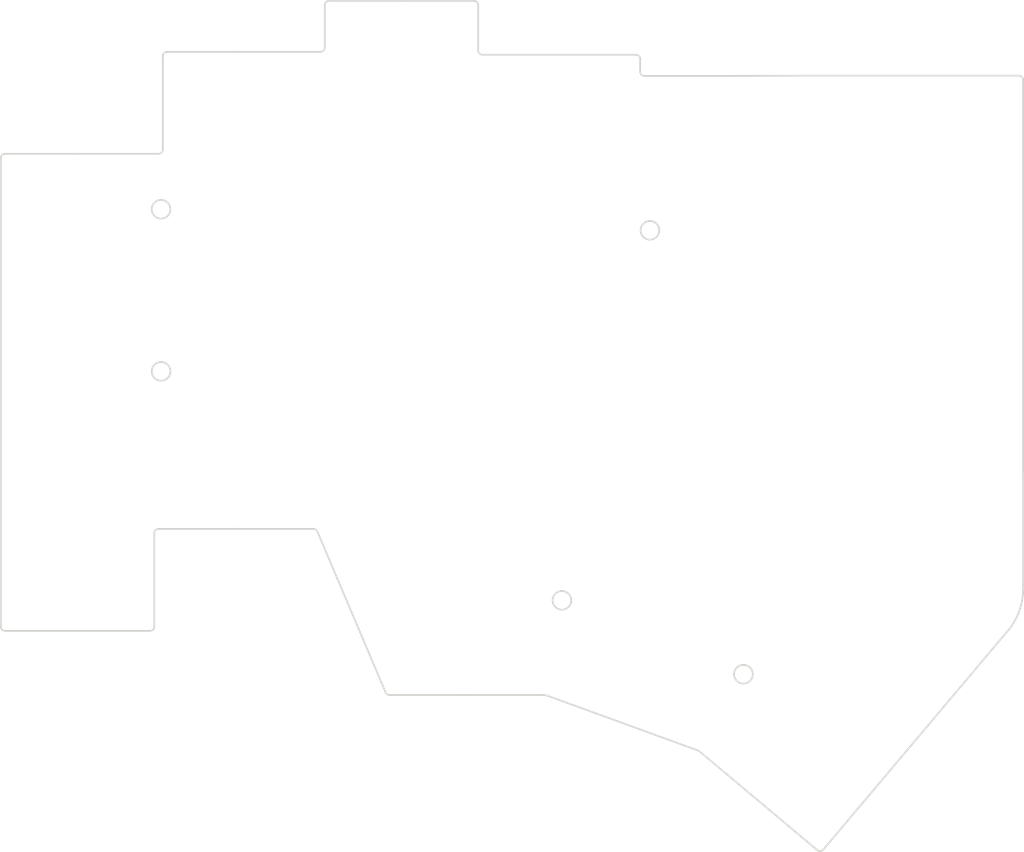
<source format=kicad_pcb>
(kicad_pcb (version 20221018) (generator pcbnew)

  (general
    (thickness 1.6)
  )

  (paper "A4")
  (layers
    (0 "F.Cu" signal)
    (31 "B.Cu" signal)
    (32 "B.Adhes" user "B.Adhesive")
    (33 "F.Adhes" user "F.Adhesive")
    (34 "B.Paste" user)
    (35 "F.Paste" user)
    (36 "B.SilkS" user "B.Silkscreen")
    (37 "F.SilkS" user "F.Silkscreen")
    (38 "B.Mask" user)
    (39 "F.Mask" user)
    (40 "Dwgs.User" user "User.Drawings")
    (41 "Cmts.User" user "User.Comments")
    (42 "Eco1.User" user "User.Eco1")
    (43 "Eco2.User" user "User.Eco2")
    (44 "Edge.Cuts" user)
    (45 "Margin" user)
    (46 "B.CrtYd" user "B.Courtyard")
    (47 "F.CrtYd" user "F.Courtyard")
    (48 "B.Fab" user)
    (49 "F.Fab" user)
    (50 "User.1" user)
    (51 "User.2" user)
    (52 "User.3" user)
    (53 "User.4" user)
    (54 "User.5" user)
    (55 "User.6" user)
    (56 "User.7" user)
    (57 "User.8" user)
    (58 "User.9" user)
  )

  (setup
    (pad_to_mask_clearance 0)
    (pcbplotparams
      (layerselection 0x0001000_7ffffffe)
      (plot_on_all_layers_selection 0x0000000_00000000)
      (disableapertmacros false)
      (usegerberextensions false)
      (usegerberattributes true)
      (usegerberadvancedattributes true)
      (creategerberjobfile true)
      (dashed_line_dash_ratio 12.000000)
      (dashed_line_gap_ratio 3.000000)
      (svgprecision 4)
      (plotframeref false)
      (viasonmask false)
      (mode 1)
      (useauxorigin false)
      (hpglpennumber 1)
      (hpglpenspeed 20)
      (hpglpendiameter 15.000000)
      (dxfpolygonmode true)
      (dxfimperialunits true)
      (dxfusepcbnewfont true)
      (psnegative false)
      (psa4output false)
      (plotreference true)
      (plotvalue true)
      (plotinvisibletext false)
      (sketchpadsonfab false)
      (subtractmaskfromsilk false)
      (outputformat 3)
      (mirror false)
      (drillshape 0)
      (scaleselection 1)
      (outputdirectory "")
    )
  )

  (net 0 "")

  (gr_arc (start 138.353553 55.835046) (mid 138.707137 55.981476) (end 138.853553 56.335046)
    (stroke (width 0.2) (type solid)) (layer "Edge.Cuts") (tstamp 05267d02-b2e2-4966-9898-20ad36cf4d51))
  (gr_line (start 119.803553 55.335046) (end 119.803553 49.996447)
    (stroke (width 0.2) (type default)) (layer "Edge.Cuts") (tstamp 0e84c542-d518-415a-80a8-2937ee1173c7))
  (gr_arc (start 145.439608 137.644995) (mid 145.679067 137.750355) (end 145.902721 137.886077)
    (stroke (width 0.2) (type solid)) (layer "Edge.Cuts") (tstamp 0edcb23a-b437-43f4-936f-64d4026ba0fd))
  (gr_line (start 127.391965 131.196447) (end 118.064444 131.196447)
    (stroke (width 0.2) (type solid)) (layer "Edge.Cuts") (tstamp 0f4ebbee-723e-44e4-9236-8997239b3130))
  (gr_arc (start 119.303553 49.496447) (mid 119.65712 49.64288) (end 119.803553 49.996447)
    (stroke (width 0.2) (type solid)) (layer "Edge.Cuts") (tstamp 0f9a5256-e881-4a37-a0bf-a187d2d38ef2))
  (gr_line (start 83.203553 55.496447) (end 91.728553 55.496447)
    (stroke (width 0.2) (type solid)) (layer "Edge.Cuts") (tstamp 23442e2a-7924-48b0-9c86-0938f4ee5fb4))
  (gr_arc (start 120.303552 55.835045) (mid 119.95003 55.688582) (end 119.803553 55.335046)
    (stroke (width 0.2) (type solid)) (layer "Edge.Cuts") (tstamp 24e00782-0ed1-476f-9673-3ba764069f9f))
  (gr_arc (start 183.395 58.3) (mid 183.748553 58.446447) (end 183.894946 58.8)
    (stroke (width 0.2) (type solid)) (layer "Edge.Cuts") (tstamp 27cc44b8-700b-47c4-a1c3-a0e8cfb4a173))
  (gr_arc (start 101.753554 54.996447) (mid 101.607088 55.349954) (end 101.253554 55.496447)
    (stroke (width 0.2) (type solid)) (layer "Edge.Cuts") (tstamp 2b7d9ac3-e4f2-4b0f-b630-d8ac0bb0db9f))
  (gr_line (start 108.910225 130.891561) (end 100.882773 111.951332)
    (stroke (width 0.2) (type solid)) (layer "Edge.Cuts") (tstamp 2e3edbe9-b709-477d-acd2-ba0505dac0b1))
  (gr_line (start 91.728553 111.646446) (end 82.203553 111.646446)
    (stroke (width 0.2) (type solid)) (layer "Edge.Cuts") (tstamp 34aaa878-6078-4218-994c-80aa009c8a49))
  (gr_line (start 183.9 105.9) (end 183.9 118.4)
    (stroke (width 0.2) (type default)) (layer "Edge.Cuts") (tstamp 3e03d0ce-b22e-48f5-8d64-45d327dc402d))
  (gr_line (start 129.828553 55.835046) (end 138.353553 55.835046)
    (stroke (width 0.2) (type solid)) (layer "Edge.Cuts") (tstamp 41324f56-d6a8-4e3b-860d-1e34fe2df10b))
  (gr_line (start 181.674447 124.137024) (end 181.989419 123.782099)
    (stroke (width 0.2) (type default)) (layer "Edge.Cuts") (tstamp 46a68321-946c-4972-bd33-bac00a62037e))
  (gr_line (start 110.778553 49.496447) (end 119.303553 49.496447)
    (stroke (width 0.2) (type solid)) (layer "Edge.Cuts") (tstamp 4f1fe16d-f4f9-435e-a985-2f00eb4739ea))
  (gr_line (start 139.353553 58.335046) (end 148.878553 58.335046)
    (stroke (width 0.2) (type solid)) (layer "Edge.Cuts") (tstamp 531a31ec-20d6-4d53-ade7-3dc8808c2e26))
  (gr_arc (start 82.703553 55.996447) (mid 82.84998 55.642847) (end 83.203553 55.496447)
    (stroke (width 0.2) (type solid)) (layer "Edge.Cuts") (tstamp 56a10528-9e19-414f-b668-b28ec80de49e))
  (gr_arc (start 109.370584 131.196447) (mid 109.0945 131.113312) (end 108.910225 130.891561)
    (stroke (width 0.2) (type solid)) (layer "Edge.Cuts") (tstamp 576b8d0a-3df6-43f1-8f96-854267f6805c))
  (gr_arc (start 127.391965 131.196447) (mid 127.653018 131.213553) (end 127.909603 131.264595)
    (stroke (width 0.2) (type solid)) (layer "Edge.Cuts") (tstamp 5946f645-298b-41e7-9991-ceee6501b033))
  (gr_line (start 102.253553 49.496447) (end 110.778553 49.496447)
    (stroke (width 0.2) (type solid)) (layer "Edge.Cuts") (tstamp 59fca944-eac6-44a9-b31b-e43a0b211f87))
  (gr_line (start 82.703553 66.996447) (end 82.703553 55.996447)
    (stroke (width 0.2) (type solid)) (layer "Edge.Cuts") (tstamp 5c150ace-9137-4da8-8c79-520a7fb6d84b))
  (gr_line (start 183.9 105.9) (end 183.895 104.4)
    (stroke (width 0.2) (type default)) (layer "Edge.Cuts") (tstamp 5c876855-4f10-463b-80e5-b1c806d1aace))
  (gr_line (start 72.678553 123.646447) (end 64.153553 123.646447)
    (stroke (width 0.2) (type solid)) (layer "Edge.Cuts") (tstamp 62c38e76-8aca-45e8-9a5e-6a8647221898))
  (gr_line (start 157.9 58.3) (end 158.89505 58.3)
    (stroke (width 0.2) (type default)) (layer "Edge.Cuts") (tstamp 6e978cbd-c091-450c-ba33-a28d2627553e))
  (gr_arc (start 82.703552 66.996448) (mid 82.557107 67.350003) (end 82.203553 67.496447)
    (stroke (width 0.2) (type solid)) (layer "Edge.Cuts") (tstamp 7a8d8b7f-8779-4ef1-ae73-df8181628d78))
  (gr_arc (start 81.703554 123.146447) (mid 81.557088 123.499954) (end 81.203554 123.646447)
    (stroke (width 0.2) (type solid)) (layer "Edge.Cuts") (tstamp 7ef2662e-d9e4-4d52-9ec0-036dd5a2a37b))
  (gr_circle (center 140 76.5036) (end 141.100102 76.5036)
    (stroke (width 0.2) (type default)) (fill none) (layer "Edge.Cuts") (tstamp 7f4a635e-41f6-4252-85c5-b006256a0267))
  (gr_line (start 63.653553 123.146447) (end 63.653553 67.996448)
    (stroke (width 0.2) (type solid)) (layer "Edge.Cuts") (tstamp 8298a814-d67f-412f-8392-fe52f0c12552))
  (gr_arc (start 183.9 118.4) (mid 183.450363 121.27055) (end 181.989419 123.782099)
    (stroke (width 0.2) (type solid)) (layer "Edge.Cuts") (tstamp 8be4cdf7-02d8-4aea-8eee-aa05974427fc))
  (gr_line (start 64.153553 67.496447) (end 72.678553 67.496447)
    (stroke (width 0.2) (type solid)) (layer "Edge.Cuts") (tstamp 8d10e8e4-def3-4815-b116-7b85d19cb098))
  (gr_line (start 120.303553 55.835046) (end 129.828553 55.835046)
    (stroke (width 0.2) (type solid)) (layer "Edge.Cuts") (tstamp 924b309e-58c7-454f-8d8b-c463614fe026))
  (gr_line (start 91.728553 55.496447) (end 101.253554 55.496447)
    (stroke (width 0.2) (type solid)) (layer "Edge.Cuts") (tstamp 9ddbdcc2-df1a-4130-b924-750e222011bb))
  (gr_line (start 159.685028 149.454925) (end 159.5 149.3)
    (stroke (width 0.2) (type default)) (layer "Edge.Cuts") (tstamp a4604450-5375-4235-8a92-ef5e78a72622))
  (gr_line (start 158.89505 58.3) (end 183.395 58.3)
    (stroke (width 0.2) (type default)) (layer "Edge.Cuts") (tstamp a6fa3c8f-3a12-4476-94f4-b237fb2fdfb4))
  (gr_circle (center 129.65 120.05) (end 130.750102 120.05)
    (stroke (width 0.2) (type default)) (fill none) (layer "Edge.Cuts") (tstamp a9df710a-5b92-4094-be99-98c3acec89e1))
  (gr_arc (start 81.703554 112.146447) (mid 81.849981 111.792847) (end 82.203553 111.646446)
    (stroke (width 0.2) (type solid)) (layer "Edge.Cuts") (tstamp ad35136a-24a5-42f6-a048-051b691bc620))
  (gr_arc (start 139.353553 58.335046) (mid 139.00003 58.188583) (end 138.853553 57.835046)
    (stroke (width 0.2) (type solid)) (layer "Edge.Cuts") (tstamp af59da13-40dc-4e85-98c3-d09cfd9d21a9))
  (gr_line (start 157.9 58.3) (end 148.878553 58.335046)
    (stroke (width 0.2) (type default)) (layer "Edge.Cuts") (tstamp b2e1ff9b-d686-49c8-8a13-d336ff29869d))
  (gr_arc (start 100.422413 111.646447) (mid 100.698482 111.729588) (end 100.882773 111.951332)
    (stroke (width 0.2) (type solid)) (layer "Edge.Cuts") (tstamp b324ee35-6f10-4dc9-944b-b4a89711752d))
  (gr_line (start 181.674447 124.137024) (end 160.389445 149.393296)
    (stroke (width 0.2) (type default)) (layer "Edge.Cuts") (tstamp b3e637cf-ef38-4fc0-b03a-a1227c61c6d6))
  (gr_line (start 81.703554 112.146446) (end 81.703554 123.146447)
    (stroke (width 0.2) (type solid)) (layer "Edge.Cuts") (tstamp b68671e5-d58e-4272-aa57-1194b88b45e3))
  (gr_line (start 101.753553 54.996447) (end 101.753553 49.996447)
    (stroke (width 0.2) (type solid)) (layer "Edge.Cuts") (tstamp b7bd9cdf-3c72-4b12-ae69-9090f768e8de))
  (gr_line (start 118.064444 131.196447) (end 109.370584 131.196447)
    (stroke (width 0.2) (type solid)) (layer "Edge.Cuts") (tstamp c1f49fd3-b37a-4ea6-beb0-14c1140aa862))
  (gr_line (start 81.203554 123.646447) (end 72.678553 123.646447)
    (stroke (width 0.2) (type solid)) (layer "Edge.Cuts") (tstamp c55655bd-4593-4ec4-8ba0-7b115e309688))
  (gr_arc (start 160.389445 149.393296) (mid 160.05 149.57) (end 159.685028 149.454925)
    (stroke (width 0.2) (type solid)) (layer "Edge.Cuts") (tstamp ce67e77c-69a2-4bc2-92f8-c660a3088e65))
  (gr_line (start 72.678553 67.496447) (end 82.203553 67.496447)
    (stroke (width 0.2) (type solid)) (layer "Edge.Cuts") (tstamp d0809525-7b23-44ce-81b1-e087ab3fa6c6))
  (gr_arc (start 63.653553 67.996447) (mid 63.8 67.642894) (end 64.153553 67.496447)
    (stroke (width 0.2) (type solid)) (layer "Edge.Cuts") (tstamp d462d98e-02f4-4aab-9c70-4546882dfa99))
  (gr_circle (center 82.5 93.1) (end 83.600102 93.1)
    (stroke (width 0.2) (type default)) (fill none) (layer "Edge.Cuts") (tstamp d91809ec-abae-4d57-b91e-c291cbc7d61f))
  (gr_line (start 145.439608 137.644995) (end 127.909603 131.264595)
    (stroke (width 0.2) (type default)) (layer "Edge.Cuts") (tstamp dc61a03f-017c-426b-9cdc-1cba0746c155))
  (gr_line (start 159.5 149.3) (end 145.902721 137.886077)
    (stroke (width 0.2) (type default)) (layer "Edge.Cuts") (tstamp ded8d6c3-2dfe-4b44-9d74-f5eb16ebd9a0))
  (gr_arc (start 64.153553 123.646447) (mid 63.8 123.5) (end 63.653553 123.146447)
    (stroke (width 0.2) (type solid)) (layer "Edge.Cuts") (tstamp e1e4ac51-ffbc-4176-b951-9c4f98b63994))
  (gr_circle (center 151 128.75) (end 152.100102 128.75)
    (stroke (width 0.2) (type default)) (fill none) (layer "Edge.Cuts") (tstamp ebdcef15-0cd2-4330-b6e1-04fff9945cd1))
  (gr_line (start 138.853553 56.335046) (end 138.853553 57.835046)
    (stroke (width 0.2) (type solid)) (layer "Edge.Cuts") (tstamp ec484081-3d21-47e7-bc2c-34dbe09d22fb))
  (gr_line (start 183.894946 58.8) (end 183.895 104.4)
    (stroke (width 0.2) (type default)) (layer "Edge.Cuts") (tstamp ee09efd0-c898-4a94-922e-d979a9f086dc))
  (gr_circle (center 82.5 74.025) (end 83.600102 74.025)
    (stroke (width 0.2) (type default)) (fill none) (layer "Edge.Cuts") (tstamp f7df7b3a-ba24-4ab7-b177-9f238d82e4a4))
  (gr_line (start 100.422414 111.646446) (end 91.728553 111.646446)
    (stroke (width 0.2) (type solid)) (layer "Edge.Cuts") (tstamp f8b22014-efad-410a-9a7a-1bb88b4836b4))
  (gr_arc (start 101.753553 49.996447) (mid 101.89998 49.642847) (end 102.253553 49.496447)
    (stroke (width 0.2) (type solid)) (layer "Edge.Cuts") (tstamp f8b3c55c-f922-41c2-9f9e-81e448d3b83e))

)

</source>
